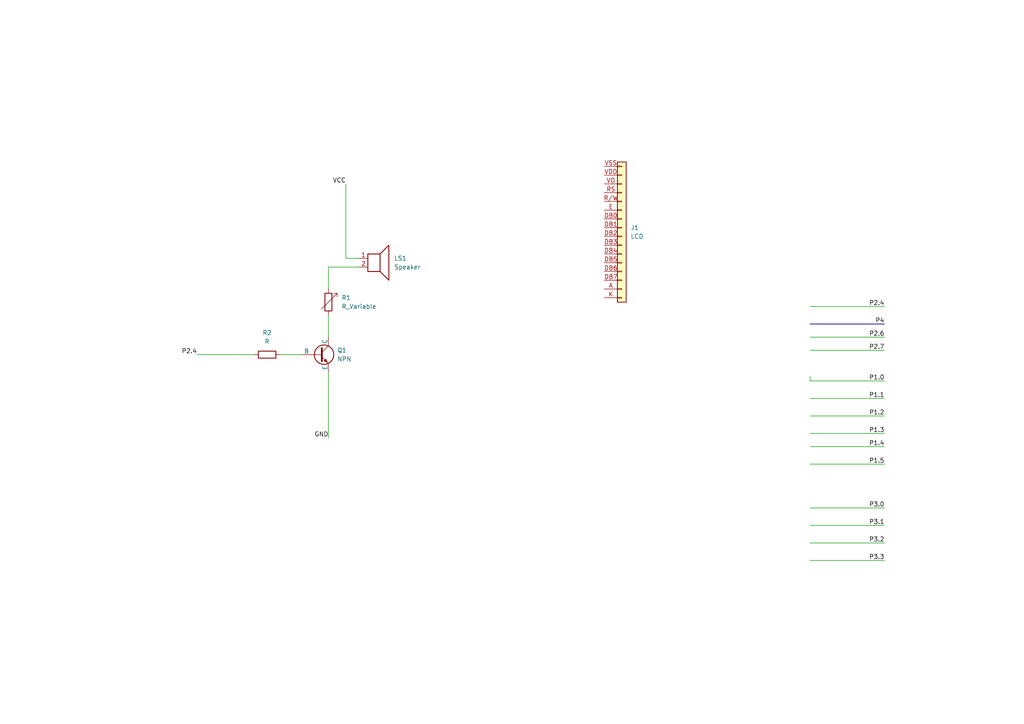
<source format=kicad_sch>
(kicad_sch (version 20231120) (generator "eeschema") (generator_version "8.0")
  (paper "A4")
  (lib_symbols
    (symbol "Connector_Generic:Conn_01x16" (pin_names (offset 1.016) hide)
      (property "Reference" "J1" (at 2.54 0.0001 0))
      (property "Value" "LCD" (at 2.54 -2.5399 0))
      (symbol "Conn_01x16_1_1"
        (rectangle (start -1.27 -20.193) (end 0 -20.447) (stroke (width 0.1524)))
        (rectangle (start -1.27 -17.653) (end 0 -17.907) (stroke (width 0.1524)))
        (rectangle (start -1.27 -15.113) (end 0 -15.367) (stroke (width 0.1524)))
        (rectangle (start -1.27 -12.573) (end 0 -12.827) (stroke (width 0.1524)))
        (rectangle (start -1.27 -10.033) (end 0 -10.287) (stroke (width 0.1524)))
        (rectangle (start -1.27 -7.493) (end 0 -7.747) (stroke (width 0.1524)))
        (rectangle (start -1.27 -4.953) (end 0 -5.207) (stroke (width 0.1524)))
        (rectangle (start -1.27 -2.413) (end 0 -2.667) (stroke (width 0.1524)))
        (rectangle (start -1.27 0.127) (end 0 -0.127) (stroke (width 0.1524)))
        (rectangle (start -1.27 2.667) (end 0 2.413) (stroke (width 0.1524)))
        (rectangle (start -1.27 5.207) (end 0 4.953) (stroke (width 0.1524)))
        (rectangle (start -1.27 7.747) (end 0 7.493) (stroke (width 0.1524)))
        (rectangle (start -1.27 10.287) (end 0 10.033) (stroke (width 0.1524)))
        (rectangle (start -1.27 12.827) (end 0 12.573) (stroke (width 0.1524)))
        (rectangle (start -1.27 15.367) (end 0 15.113) (stroke (width 0.1524)))
        (rectangle (start -1.27 17.907) (end 0 17.653) (stroke (width 0.1524)))
        (rectangle (start -1.27 19.05) (end 1.27 -21.59) (stroke (width 0.254)) (fill (type background)))
        (pin passive line (at -5.08 -17.78 0) (length 3.81) (name "15") (number "A"))
        (pin passive line (at -5.08 2.54 0) (length 3.81) (name "Pin_7") (number "DB0"))
        (pin passive line (at -5.08 0 0) (length 3.81) (name "Pin_8") (number "DB1"))
        (pin passive line (at -5.08 -2.54 0) (length 3.81) (name "Pin_9") (number "DB2"))
        (pin passive line (at -5.08 -5.08 0) (length 3.81) (name "10") (number "DB3"))
        (pin passive line (at -5.08 -7.62 0) (length 3.81) (name "11") (number "DB4"))
        (pin passive line (at -5.08 -10.16 0) (length 3.81) (name "Pin_12") (number "DB5"))
        (pin passive line (at -5.08 -12.7 0) (length 3.81) (name "Pin_13") (number "DB6"))
        (pin passive line (at -5.08 -15.24 0) (length 3.81) (name "Pin_14") (number "DB7"))
        (pin passive line (at -5.08 5.08 0) (length 3.81) (name "6") (number "E"))
        (pin passive line (at -5.08 -20.32 0) (length 3.81) (name "16") (number "K"))
        (pin passive line (at -5.08 7.62 0) (length 3.81) (name "Pin_5") (number "R/W"))
        (pin passive line (at -5.08 10.16 0) (length 3.81) (name "4") (number "RS"))
        (pin passive line (at -5.08 15.24 0) (length 3.81) (name "Pin_2") (number "VDD"))
        (pin passive line (at -5.08 12.7 0) (length 3.81) (name "Pin_3") (number "VO"))
        (pin passive line (at -5.08 17.78 0) (length 3.81) (name "1") (number "VSS"))
      )
    )
    (symbol "Device:R" (pin_numbers hide) (pin_names (offset 0))
      (property "Reference" "R" (at 2.032 0 90))
      (property "Value" "R" (at 0 0 90))
      (symbol "R_0_1"
        (rectangle (start -1.016 -2.54) (end 1.016 2.54) (stroke (width 0.254)))
      )
      (symbol "R_1_1"
        (pin passive line (at 0 3.81 270) (length 1.27) (name "~") (number "1"))
        (pin passive line (at 0 -3.81 90) (length 1.27) (name "~") (number "2"))
      )
    )
    (symbol "Device:R_Variable" (pin_numbers hide) (pin_names (offset 0))
      (property "Reference" "R" (at 2.54 -2.54 90))
      (property "Value" "R_Variable" (at -2.54 -1.27 90))
      (symbol "R_Variable_0_1"
        (rectangle (start -1.016 -2.54) (end 1.016 2.54) (stroke (width 0.254)))
        (polyline (pts (xy 2.54 1.524) (xy 2.54 2.54) (xy 1.524 2.54) (xy 2.54 2.54) (xy -2.032 -2.032)))
      )
      (symbol "R_Variable_1_1"
        (pin passive line (at 0 3.81 270) (length 1.27) (name "~") (number "1"))
        (pin passive line (at 0 -3.81 90) (length 1.27) (name "~") (number "2"))
      )
    )
    (symbol "Device:Speaker" (pin_names (offset 0) hide)
      (property "Reference" "LS" (at 1.27 5.715 0))
      (property "Value" "Speaker" (at 1.27 3.81 0))
      (symbol "Speaker_0_0"
        (rectangle (start -2.54 1.27) (end 1.016 -3.81) (stroke (width 0.254)))
        (polyline (pts (xy 1.016 1.27) (xy 3.556 3.81) (xy 3.556 -6.35) (xy 1.016 -3.81)) (stroke (width 0.254)))
      )
      (symbol "Speaker_1_1"
        (pin input line (at -5.08 0 0) (length 2.54) (name "1") (number "1"))
        (pin input line (at -5.08 -2.54 0) (length 2.54) (name "2") (number "2"))
      )
    )
    (symbol "Simulation_SPICE:NPN" (pin_numbers hide) (pin_names (offset 0))
      (property "Reference" "Q" (at -2.54 7.62 0))
      (property "Value" "NPN" (at -2.54 5.08 0))
      (symbol "NPN_0_1"
        (polyline (pts (xy -2.54 0) (xy 0.635 0)) (stroke (width 0.1524)))
        (polyline (pts (xy 0.635 0.635) (xy 2.54 2.54)))
        (polyline (pts (xy 2.794 -1.27) (xy 2.794 -1.27)) (stroke (width 0.1524)))
        (polyline (pts (xy 2.794 -1.27) (xy 2.794 -1.27)) (stroke (width 0.1524)))
        (polyline (pts (xy 0.635 -0.635) (xy 2.54 -2.54) (xy 2.54 -2.54)))
        (polyline (pts (xy 0.635 1.905) (xy 0.635 -1.905) (xy 0.635 -1.905)) (stroke (width 0.508)))
        (polyline (pts (xy 1.27 -1.778) (xy 1.778 -1.27) (xy 2.286 -2.286) (xy 1.27 -1.778) (xy 1.27 -1.778)) (fill (type outline)))
        (circle (center 1.27 0) (radius 2.8194) (stroke (width 0.254)))
      )
      (symbol "NPN_1_1"
        (pin open_collector line (at 2.54 5.08 270) (length 2.54) (name "C") (number "1"))
        (pin input line (at -5.08 0 0) (length 2.54) (name "B") (number "2"))
        (pin open_emitter line (at 2.54 -5.08 90) (length 2.54) (name "E") (number "3"))
      )
    )
  )
  (wire (pts (xy 234.95 125.73) (xy 256.54 125.73)))
  (wire (pts (xy 234.95 152.4) (xy 256.54 152.4)))
  (wire (pts (xy 234.95 147.32) (xy 256.54 147.32)))
  (wire (pts (xy 234.95 97.79) (xy 256.54 97.79)))
  (wire (pts (xy 57.15 102.87) (xy 73.66 102.87)))
  (wire (pts (xy 95.25 107.95) (xy 95.25 127)))
  (wire (pts (xy 100.33 53.34) (xy 100.33 74.93)))
  (wire (pts (xy 234.95 120.65) (xy 256.54 120.65)))
  (wire (pts (xy 256.54 110.49) (xy 234.95 110.49)))
  (bus (pts (xy 234.95 93.98) (xy 256.54 93.98)) (stroke (width 0.2032)))
  (wire (pts (xy 95.25 91.44) (xy 95.25 97.79)))
  (wire (pts (xy 104.14 77.47) (xy 95.25 77.47)))
  (wire (pts (xy 234.95 129.54) (xy 256.54 129.54)))
  (wire (pts (xy 234.95 101.6) (xy 256.54 101.6)))
  (wire (pts (xy 234.95 157.48) (xy 256.54 157.48)))
  (wire (pts (xy 234.95 88.9) (xy 256.54 88.9)))
  (wire (pts (xy 234.95 115.57) (xy 256.54 115.57)))
  (wire (pts (xy 95.25 77.47) (xy 95.25 83.82)))
  (wire (pts (xy 234.95 109.22) (xy 234.95 110.49)))
  (wire (pts (xy 100.33 74.93) (xy 104.14 74.93)))
  (wire (pts (xy 234.95 162.56) (xy 256.54 162.56)))
  (wire (pts (xy 234.95 134.62) (xy 256.54 134.62)))
  (wire (pts (xy 81.28 102.87) (xy 87.63 102.87)))
  (label "P3.1" (at 256.54 152.4 180))
  (label "P1.4" (at 256.54 129.54 180))
  (label "P1.3" (at 256.54 125.73 180))
  (label "P2.7" (at 256.54 101.6 180))
  (label "P1.5" (at 256.54 134.62 180))
  (label "P2.4" (at 57.15 102.87 180))
  (label "P1.1" (at 256.54 115.57 180))
  (label "P2.6" (at 256.54 97.79 180))
  (label "P1.0" (at 256.54 110.49 180))
  (label "VCC" (at 100.33 53.34 180))
  (label "P2.4" (at 256.54 88.9 180))
  (label "GND" (at 95.25 127 180))
  (label "P4" (at 256.54 93.98 180))
  (label "P1.2" (at 256.54 120.65 180))
  (label "P3.2" (at 256.54 157.48 180))
  (label "P3.0" (at 256.54 147.32 180))
  (label "P3.3" (at 256.54 162.56 180))
  (symbol (lib_id "Device:R") (at 77.47 102.87 90) (unit 1)
    (property "Reference" "R2" (at 77.47 96.52 90))
    (property "Value" "R" (at 77.47 99.06 90))
    (property "Description" "Resistor" (effects (hide yes)))
  )
  (symbol (lib_id "Connector_Generic:Conn_01x16") (at 180.34 66.04 0) (unit 1)
    (property "Reference" "J1" (at 182.88 66.0399 0) (effects (justify left)))
    (property "Value" "LCD" (at 182.88 68.5799 0) (effects (justify left)))
    (property "Description" "Generic connector, single row, 01x16, script generated (kicad-library-utils/schlib/autogen/connector/)" (effects (hide yes)))
  )
  (symbol (lib_id "Device:R_Variable") (at 95.25 87.63 0) (unit 1)
    (property "Reference" "R1" (at 99.06 86.3599 0) (effects (justify left)))
    (property "Value" "R_Variable" (at 99.06 88.8999 0) (effects (justify left)))
    (property "Description" "Variable resistor" (effects (hide yes)))
  )
  (symbol (lib_id "Simulation_SPICE:NPN") (at 92.71 102.87 0) (unit 1)
    (property "Reference" "Q1" (at 97.79 101.5999 0) (effects (justify left)))
    (property "Value" "NPN" (at 97.79 104.1399 0) (effects (justify left)))
    (property "Datasheet" "https://ngspice.sourceforge.io/docs/ngspice-html-manual/manual.xhtml#cha_BJTs" (effects (hide yes)))
    (property "Description" "Bipolar transistor symbol for simulation only, substrate tied to the emitter" (effects (hide yes)))
    (property "Sim.Device" "NPN" (effects (hide yes)))
    (property "Sim.Type" "GUMMELPOON" (effects (hide yes)))
    (property "Sim.Pins" "1=C 2=B 3=E" (effects (hide yes)))
  )
  (symbol (lib_id "Device:Speaker") (at 109.22 74.93 0) (unit 1)
    (property "Reference" "LS1" (at 114.3 74.9299 0) (effects (justify left)))
    (property "Value" "Speaker" (at 114.3 77.4699 0) (effects (justify left)))
    (property "Description" "Speaker" (effects (hide yes)))
  )
)
</source>
